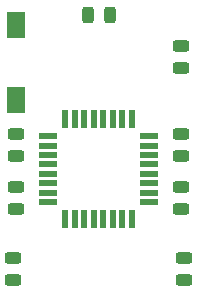
<source format=gbr>
G04 #@! TF.GenerationSoftware,KiCad,Pcbnew,7.0.6*
G04 #@! TF.CreationDate,2023-11-12T09:34:07+05:30*
G04 #@! TF.ProjectId,AVR-Miner,4156522d-4d69-46e6-9572-2e6b69636164,rev?*
G04 #@! TF.SameCoordinates,Original*
G04 #@! TF.FileFunction,Paste,Top*
G04 #@! TF.FilePolarity,Positive*
%FSLAX46Y46*%
G04 Gerber Fmt 4.6, Leading zero omitted, Abs format (unit mm)*
G04 Created by KiCad (PCBNEW 7.0.6) date 2023-11-12 09:34:07*
%MOMM*%
%LPD*%
G01*
G04 APERTURE LIST*
G04 Aperture macros list*
%AMRoundRect*
0 Rectangle with rounded corners*
0 $1 Rounding radius*
0 $2 $3 $4 $5 $6 $7 $8 $9 X,Y pos of 4 corners*
0 Add a 4 corners polygon primitive as box body*
4,1,4,$2,$3,$4,$5,$6,$7,$8,$9,$2,$3,0*
0 Add four circle primitives for the rounded corners*
1,1,$1+$1,$2,$3*
1,1,$1+$1,$4,$5*
1,1,$1+$1,$6,$7*
1,1,$1+$1,$8,$9*
0 Add four rect primitives between the rounded corners*
20,1,$1+$1,$2,$3,$4,$5,0*
20,1,$1+$1,$4,$5,$6,$7,0*
20,1,$1+$1,$6,$7,$8,$9,0*
20,1,$1+$1,$8,$9,$2,$3,0*%
G04 Aperture macros list end*
%ADD10RoundRect,0.243750X-0.456250X0.243750X-0.456250X-0.243750X0.456250X-0.243750X0.456250X0.243750X0*%
%ADD11RoundRect,0.243750X0.456250X-0.243750X0.456250X0.243750X-0.456250X0.243750X-0.456250X-0.243750X0*%
%ADD12RoundRect,0.243750X-0.243750X-0.456250X0.243750X-0.456250X0.243750X0.456250X-0.243750X0.456250X0*%
%ADD13R,1.597660X2.298700*%
%ADD14R,0.550000X1.600000*%
%ADD15R,1.600000X0.550000*%
G04 APERTURE END LIST*
D10*
G04 #@! TO.C,C4*
X152250000Y-94062500D03*
X152250000Y-95937500D03*
G04 #@! TD*
D11*
G04 #@! TO.C,C1*
X152000000Y-85437500D03*
X152000000Y-83562500D03*
G04 #@! TD*
G04 #@! TO.C,C3*
X137750000Y-95937500D03*
X137750000Y-94062500D03*
G04 #@! TD*
D10*
G04 #@! TO.C,C5*
X152000000Y-88062500D03*
X152000000Y-89937500D03*
G04 #@! TD*
D12*
G04 #@! TO.C,D1*
X144072500Y-73500000D03*
X145947500Y-73500000D03*
G04 #@! TD*
D11*
G04 #@! TO.C,R2*
X152000000Y-77937500D03*
X152000000Y-76062500D03*
G04 #@! TD*
D13*
G04 #@! TO.C,SW1*
X138000000Y-80649600D03*
X138000000Y-74350400D03*
G04 #@! TD*
D14*
G04 #@! TO.C,U1*
X142190000Y-90780000D03*
X142990000Y-90780000D03*
X143790000Y-90780000D03*
X144590000Y-90780000D03*
X145390000Y-90780000D03*
X146190000Y-90780000D03*
X146990000Y-90780000D03*
X147790000Y-90780000D03*
D15*
X149240000Y-89330000D03*
X149240000Y-88530000D03*
X149240000Y-87730000D03*
X149240000Y-86930000D03*
X149240000Y-86130000D03*
X149240000Y-85330000D03*
X149240000Y-84530000D03*
X149240000Y-83730000D03*
D14*
X147790000Y-82280000D03*
X146990000Y-82280000D03*
X146190000Y-82280000D03*
X145390000Y-82280000D03*
X144590000Y-82280000D03*
X143790000Y-82280000D03*
X142990000Y-82280000D03*
X142190000Y-82280000D03*
D15*
X140740000Y-83730000D03*
X140740000Y-84530000D03*
X140740000Y-85330000D03*
X140740000Y-86130000D03*
X140740000Y-86930000D03*
X140740000Y-87730000D03*
X140740000Y-88530000D03*
X140740000Y-89330000D03*
G04 #@! TD*
D10*
G04 #@! TO.C,R1*
X138000000Y-83562500D03*
X138000000Y-85437500D03*
G04 #@! TD*
D11*
G04 #@! TO.C,C2*
X138000000Y-89937500D03*
X138000000Y-88062500D03*
G04 #@! TD*
M02*

</source>
